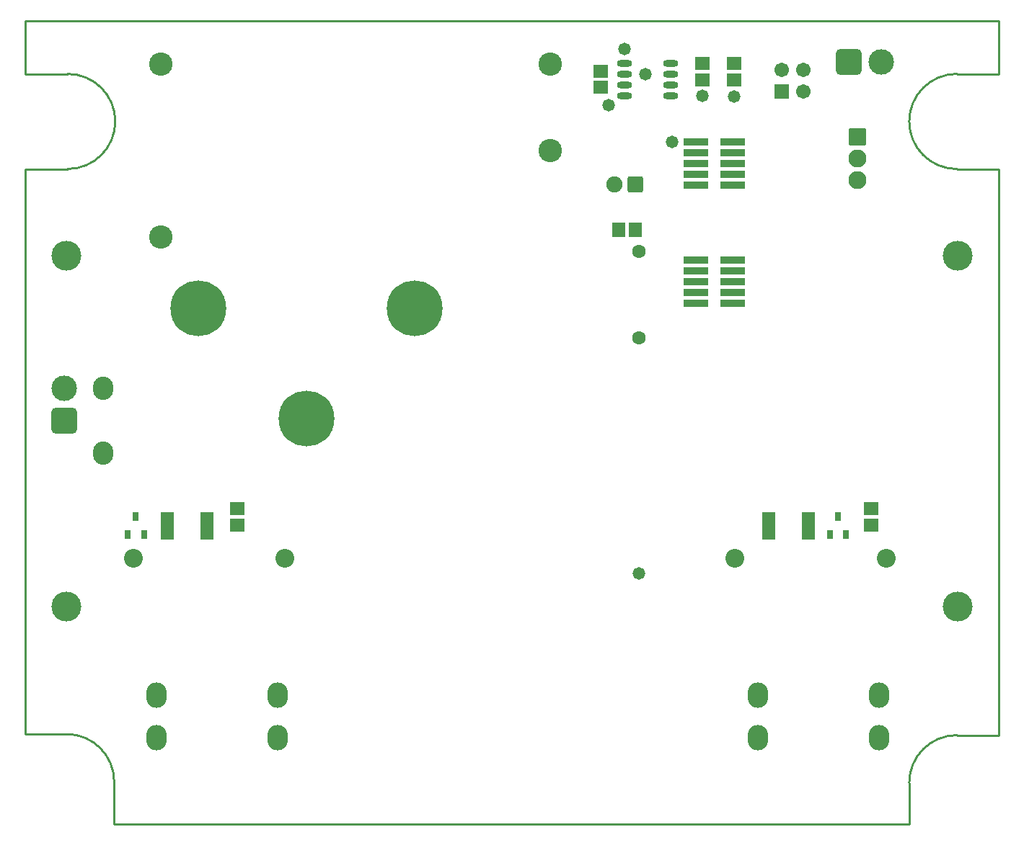
<source format=gts>
%FSLAX24Y24*%
%MOIN*%
G70*
G01*
G75*
G04 Layer_Color=8388736*
%ADD10R,0.0236X0.0335*%
%ADD11R,0.1100X0.0290*%
%ADD12R,0.0591X0.0512*%
%ADD13R,0.0630X0.0512*%
%ADD14R,0.0512X0.0591*%
%ADD15O,0.0630X0.0236*%
%ADD16R,0.0550X0.1181*%
%ADD17C,0.0100*%
%ADD18C,0.0500*%
%ADD19C,0.0787*%
%ADD20O,0.0866X0.1102*%
%ADD21C,0.0669*%
G04:AMPARAMS|DCode=22|XSize=66.9mil|YSize=66.9mil|CornerRadius=8.4mil|HoleSize=0mil|Usage=FLASHONLY|Rotation=180.000|XOffset=0mil|YOffset=0mil|HoleType=Round|Shape=RoundedRectangle|*
%AMROUNDEDRECTD22*
21,1,0.0669,0.0502,0,0,180.0*
21,1,0.0502,0.0669,0,0,180.0*
1,1,0.0167,-0.0251,0.0251*
1,1,0.0167,0.0251,0.0251*
1,1,0.0167,0.0251,-0.0251*
1,1,0.0167,-0.0251,-0.0251*
%
%ADD22ROUNDEDRECTD22*%
%ADD23C,0.1000*%
%ADD24C,0.2500*%
G04:AMPARAMS|DCode=25|XSize=75mil|YSize=75mil|CornerRadius=9.4mil|HoleSize=0mil|Usage=FLASHONLY|Rotation=0.000|XOffset=0mil|YOffset=0mil|HoleType=Round|Shape=RoundedRectangle|*
%AMROUNDEDRECTD25*
21,1,0.0750,0.0563,0,0,0.0*
21,1,0.0563,0.0750,0,0,0.0*
1,1,0.0188,0.0281,-0.0281*
1,1,0.0188,-0.0281,-0.0281*
1,1,0.0188,-0.0281,0.0281*
1,1,0.0188,0.0281,0.0281*
%
%ADD25ROUNDEDRECTD25*%
%ADD26C,0.0750*%
G04:AMPARAMS|DCode=27|XSize=110mil|YSize=110mil|CornerRadius=13.8mil|HoleSize=0mil|Usage=FLASHONLY|Rotation=90.000|XOffset=0mil|YOffset=0mil|HoleType=Round|Shape=RoundedRectangle|*
%AMROUNDEDRECTD27*
21,1,0.1100,0.0825,0,0,90.0*
21,1,0.0825,0.1100,0,0,90.0*
1,1,0.0275,0.0413,0.0413*
1,1,0.0275,0.0413,-0.0413*
1,1,0.0275,-0.0413,-0.0413*
1,1,0.0275,-0.0413,0.0413*
%
%ADD27ROUNDEDRECTD27*%
%ADD28C,0.1100*%
%ADD29O,0.0850X0.1000*%
G04:AMPARAMS|DCode=30|XSize=110mil|YSize=110mil|CornerRadius=13.8mil|HoleSize=0mil|Usage=FLASHONLY|Rotation=180.000|XOffset=0mil|YOffset=0mil|HoleType=Round|Shape=RoundedRectangle|*
%AMROUNDEDRECTD30*
21,1,0.1100,0.0825,0,0,180.0*
21,1,0.0825,0.1100,0,0,180.0*
1,1,0.0275,-0.0413,0.0413*
1,1,0.0275,0.0413,0.0413*
1,1,0.0275,0.0413,-0.0413*
1,1,0.0275,-0.0413,-0.0413*
%
%ADD30ROUNDEDRECTD30*%
%ADD31C,0.1300*%
%ADD32C,0.0551*%
%ADD33C,0.0591*%
%ADD34R,0.0591X0.0591*%
%ADD35C,0.0500*%
%ADD36C,0.0098*%
%ADD37C,0.0050*%
%ADD38C,0.0079*%
%ADD39C,0.0060*%
%ADD40C,0.0010*%
%ADD41C,0.0080*%
%ADD42R,0.0457X0.0189*%
%ADD43R,0.0457X0.0189*%
%ADD44R,0.0316X0.0415*%
%ADD45R,0.1180X0.0370*%
%ADD46R,0.0671X0.0592*%
%ADD47R,0.0710X0.0592*%
%ADD48R,0.0592X0.0671*%
%ADD49O,0.0710X0.0316*%
%ADD50R,0.0630X0.1261*%
%ADD51C,0.0867*%
%ADD52O,0.0946X0.1182*%
%ADD53C,0.0749*%
G04:AMPARAMS|DCode=54|XSize=74.9mil|YSize=74.9mil|CornerRadius=12.4mil|HoleSize=0mil|Usage=FLASHONLY|Rotation=180.000|XOffset=0mil|YOffset=0mil|HoleType=Round|Shape=RoundedRectangle|*
%AMROUNDEDRECTD54*
21,1,0.0749,0.0502,0,0,180.0*
21,1,0.0502,0.0749,0,0,180.0*
1,1,0.0247,-0.0251,0.0251*
1,1,0.0247,0.0251,0.0251*
1,1,0.0247,0.0251,-0.0251*
1,1,0.0247,-0.0251,-0.0251*
%
%ADD54ROUNDEDRECTD54*%
%ADD55C,0.1080*%
%ADD56C,0.2580*%
G04:AMPARAMS|DCode=57|XSize=83mil|YSize=83mil|CornerRadius=13.4mil|HoleSize=0mil|Usage=FLASHONLY|Rotation=0.000|XOffset=0mil|YOffset=0mil|HoleType=Round|Shape=RoundedRectangle|*
%AMROUNDEDRECTD57*
21,1,0.0830,0.0563,0,0,0.0*
21,1,0.0563,0.0830,0,0,0.0*
1,1,0.0268,0.0281,-0.0281*
1,1,0.0268,-0.0281,-0.0281*
1,1,0.0268,-0.0281,0.0281*
1,1,0.0268,0.0281,0.0281*
%
%ADD57ROUNDEDRECTD57*%
%ADD58C,0.0830*%
G04:AMPARAMS|DCode=59|XSize=118mil|YSize=118mil|CornerRadius=17.8mil|HoleSize=0mil|Usage=FLASHONLY|Rotation=90.000|XOffset=0mil|YOffset=0mil|HoleType=Round|Shape=RoundedRectangle|*
%AMROUNDEDRECTD59*
21,1,0.1180,0.0825,0,0,90.0*
21,1,0.0825,0.1180,0,0,90.0*
1,1,0.0355,0.0413,0.0413*
1,1,0.0355,0.0413,-0.0413*
1,1,0.0355,-0.0413,-0.0413*
1,1,0.0355,-0.0413,0.0413*
%
%ADD59ROUNDEDRECTD59*%
%ADD60C,0.1180*%
%ADD61O,0.0930X0.1080*%
G04:AMPARAMS|DCode=62|XSize=118mil|YSize=118mil|CornerRadius=17.8mil|HoleSize=0mil|Usage=FLASHONLY|Rotation=180.000|XOffset=0mil|YOffset=0mil|HoleType=Round|Shape=RoundedRectangle|*
%AMROUNDEDRECTD62*
21,1,0.1180,0.0825,0,0,180.0*
21,1,0.0825,0.1180,0,0,180.0*
1,1,0.0355,-0.0413,0.0413*
1,1,0.0355,0.0413,0.0413*
1,1,0.0355,0.0413,-0.0413*
1,1,0.0355,-0.0413,-0.0413*
%
%ADD62ROUNDEDRECTD62*%
%ADD63C,0.1380*%
%ADD64C,0.0631*%
%ADD65C,0.0671*%
%ADD66R,0.0671X0.0671*%
%ADD67C,0.0580*%
D17*
X4050Y2050D02*
G03*
X1850Y4250I-2200J0D01*
G01*
X43000Y4200D02*
G03*
X40800Y2000I0J-2200D01*
G01*
Y32600D02*
G03*
X43000Y30400I2200J0D01*
G01*
Y34800D02*
G03*
X40800Y32600I0J-2200D01*
G01*
X1900Y30400D02*
G03*
X4100Y32600I0J2200D01*
G01*
D02*
G03*
X1900Y34800I-2200J0D01*
G01*
X-50D02*
Y37250D01*
Y34800D02*
X1900D01*
X-50Y37250D02*
X44950D01*
Y34800D02*
Y37250D01*
X43000Y34800D02*
X44950D01*
X-50Y4250D02*
Y30400D01*
X4050Y100D02*
Y2050D01*
X-50Y4250D02*
X1850D01*
X4050Y100D02*
X40800D01*
Y2000D01*
X43000Y4200D02*
X44950D01*
Y30400D01*
X43000D02*
X44950D01*
X-50D02*
X1900D01*
D44*
X37126Y13477D02*
D03*
X37874D02*
D03*
X37500Y14323D02*
D03*
X4676Y13477D02*
D03*
X5424D02*
D03*
X5050Y14323D02*
D03*
D45*
X30950Y26200D02*
D03*
X32650D02*
D03*
X30950Y25700D02*
D03*
X32650D02*
D03*
X30950Y25200D02*
D03*
X32650D02*
D03*
X30950Y24700D02*
D03*
X32650D02*
D03*
X30950Y24200D02*
D03*
X32650D02*
D03*
X30950Y31650D02*
D03*
X32650D02*
D03*
X30950Y31150D02*
D03*
X32650D02*
D03*
X30950Y30650D02*
D03*
X32650D02*
D03*
X30950Y30150D02*
D03*
X32650D02*
D03*
X30950Y29650D02*
D03*
X32650D02*
D03*
D46*
X26550Y34924D02*
D03*
Y34176D02*
D03*
D47*
X32700Y35274D02*
D03*
Y34526D02*
D03*
X31250Y34526D02*
D03*
Y35274D02*
D03*
X39050Y13926D02*
D03*
Y14674D02*
D03*
X9750Y13926D02*
D03*
Y14674D02*
D03*
D48*
X27376Y27600D02*
D03*
X28124D02*
D03*
D49*
X27637Y35300D02*
D03*
Y34800D02*
D03*
Y34300D02*
D03*
Y33800D02*
D03*
X29763Y35300D02*
D03*
Y34800D02*
D03*
Y34300D02*
D03*
Y33800D02*
D03*
D50*
X6500Y13900D02*
D03*
X8331D02*
D03*
X34300D02*
D03*
X36131D02*
D03*
D51*
X4950Y12400D02*
D03*
X11950D02*
D03*
X32750D02*
D03*
X39750D02*
D03*
D52*
X5989Y6061D02*
D03*
Y4093D02*
D03*
X11600D02*
D03*
Y6061D02*
D03*
X33789D02*
D03*
Y4093D02*
D03*
X39400D02*
D03*
Y6061D02*
D03*
D53*
X27158Y29700D02*
D03*
D54*
X28142D02*
D03*
D55*
X24200Y31250D02*
D03*
Y35250D02*
D03*
X6200Y27250D02*
D03*
Y35250D02*
D03*
D56*
X12950Y18850D02*
D03*
X7950Y23950D02*
D03*
X17950D02*
D03*
D57*
X38400Y31900D02*
D03*
D58*
Y30900D02*
D03*
Y29900D02*
D03*
D59*
X38000Y35350D02*
D03*
D60*
X39500D02*
D03*
X1750Y20250D02*
D03*
D61*
X3550Y17250D02*
D03*
Y20250D02*
D03*
D62*
X1750Y18750D02*
D03*
D63*
X43050Y26400D02*
D03*
Y10150D02*
D03*
X1850D02*
D03*
Y26400D02*
D03*
D64*
X28300Y26600D02*
D03*
Y22600D02*
D03*
D65*
X35900Y35000D02*
D03*
Y34000D02*
D03*
X34900Y35000D02*
D03*
D66*
Y34000D02*
D03*
D67*
X28300Y11700D02*
D03*
X27650Y35950D02*
D03*
X29850Y31650D02*
D03*
X31250Y33800D02*
D03*
X32700Y33750D02*
D03*
X28600Y34800D02*
D03*
X26900Y33350D02*
D03*
M02*

</source>
